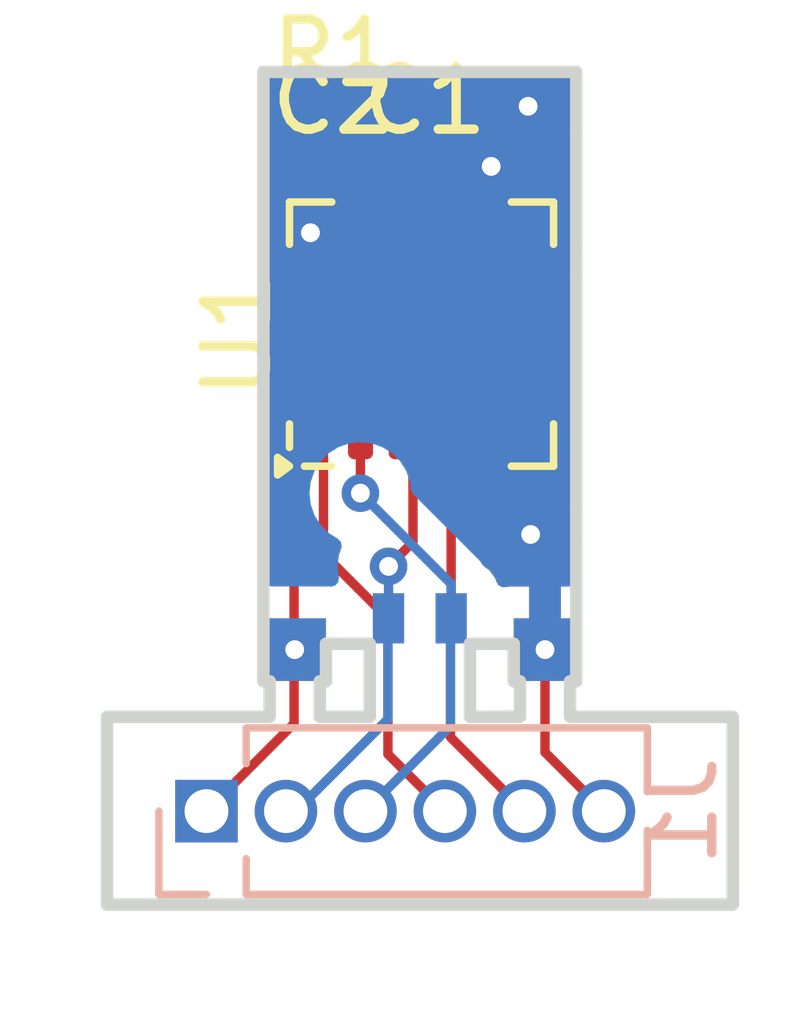
<source format=kicad_pcb>
(kicad_pcb (version 20240108) (generator "pcbnew") (generator_version "8.0")
  (layers (0 "F.Cu" signal) (31 "B.Cu" signal) (34 "B.Paste" user) (35 "F.Paste" user) (36 "B.SilkS" user "B.Silkscreen") (37 "F.SilkS" user "F.Silkscreen") (38 "B.Mask" user) (39 "F.Mask" user) (44 "Edge.Cuts" user))
  (net 0 "")
  (net 1 "/s_VDD")
  (net 2 "/s_GND")
  (net 3 "/s_MISO")
  (net 4 "/s_MOSI")
  (net 5 "/s_CS")
  (net 6 "/s_SCK")
  (net 7 "Net-(U1-VDD)")
  (net 16 "Net-(C2-Pad1)")
  (footprint "Capacitor_SMD:C_0201_0603Metric" (layer "F.Cu") (at 123.94 75.03)
    (property "Reference" "C1" (at 0 -1.05 0) (layer "F.SilkS"))
    (property "Value" "0.1u")
    (pad "1" smd roundrect (at -0.32 0) (size 0.46 0.4) (layers "F.Cu" "F.Mask") (net 1 "/s_VDD"))
    (pad "2" smd roundrect (at 0.32 0) (size 0.46 0.4) (layers "F.Cu" "F.Mask") (net 2 "/s_GND"))
  )
  (footprint "Capacitor_SMD:C_0201_0603Metric" (layer "F.Cu") (at 122.48 75.03)
    (property "Reference" "C2" (at 0 -1.05 0) (layer "F.SilkS"))
    (property "Value" "0.1u")
    (pad "1" smd roundrect (at -0.32 0) (size 0.46 0.4) (layers "F.Cu" "F.Mask") (net 16 "Net-(C2-Pad1)"))
    (pad "2" smd roundrect (at 0.32 0) (size 0.46 0.4) (layers "F.Cu" "F.Mask") (net 7 "Net-(U1-VDD)"))
  )
  (footprint "Package_DFN_QFN:QFN-16-1EP_4x4mm_P0.65mm_EP2.7x2.7mm_PullBack" (layer "F.Cu") (at 123.8866 77.7094 90)
    (property "Reference" "U1" (at 0 -2.95 90) (layer "F.SilkS"))
    (property "Value" "AS5055A")
    (fp_line (start 2.11 -2.11) (end 2.11 -1.435) (stroke (width 0.12)) (layer "F.SilkS"))
    (fp_line (start 1.435 -2.11) (end 2.11 -2.11) (stroke (width 0.12)) (layer "F.SilkS"))
    (fp_line (start -1.435 -2.11) (end -1.81 -2.11) (stroke (width 0.12)) (layer "F.SilkS"))
    (fp_line (start -2.11 -1.435) (end -2.11 -1.87) (stroke (width 0.12)) (layer "F.SilkS"))
    (fp_line (start 2.11 2.11) (end 2.11 1.435) (stroke (width 0.12)) (layer "F.SilkS"))
    (fp_line (start 1.435 2.11) (end 2.11 2.11) (stroke (width 0.12)) (layer "F.SilkS"))
    (fp_line (start -1.435 2.11) (end -2.11 2.11) (stroke (width 0.12)) (layer "F.SilkS"))
    (fp_line (start -2.11 2.11) (end -2.11 1.435) (stroke (width 0.12)) (layer "F.SilkS"))
    (fp_poly (pts (xy -2.11 -2.11) (xy -2.25 -2.3) (xy -1.97 -2.3) (xy -2.11 -2.11)) (stroke (width 0.12)) (fill solid) (layer "F.SilkS"))
    (pad "1" smd roundrect (at -1.775 -0.975 90) (size 0.45 0.4) (layers "F.Cu" "F.Paste" "F.Mask") (net 4 "/s_MOSI"))
    (pad "2" smd roundrect (at -1.775 -0.325 90) (size 0.45 0.4) (layers "F.Cu" "F.Paste" "F.Mask") (net 3 "/s_MISO"))
    (pad "3" smd roundrect (at -1.775 0.325 90) (size 0.45 0.4) (layers "F.Cu" "F.Paste" "F.Mask") (net 6 "/s_SCK"))
    (pad "4" smd roundrect (at -1.775 0.975 90) (size 0.45 0.4) (layers "F.Cu" "F.Paste" "F.Mask") (net 5 "/s_CS"))
    (pad "5" smd roundrect (at -0.975 1.775 90) (size 0.4 0.45) (layers "F.Cu" "F.Paste" "F.Mask"))
    (pad "6" smd roundrect (at -0.325 1.775 90) (size 0.4 0.45) (layers "F.Cu" "F.Paste" "F.Mask"))
    (pad "7" smd roundrect (at 0.325 1.775 90) (size 0.4 0.45) (layers "F.Cu" "F.Paste" "F.Mask"))
    (pad "8" smd roundrect (at 0.975 1.775 90) (size 0.4 0.45) (layers "F.Cu" "F.Paste" "F.Mask"))
    (pad "9" smd roundrect (at 1.775 0.975 90) (size 0.45 0.4) (layers "F.Cu" "F.Paste" "F.Mask"))
    (pad "10" smd roundrect (at 1.775 0.325 90) (size 0.45 0.4) (layers "F.Cu" "F.Paste" "F.Mask"))
    (pad "11" smd roundrect (at 1.775 -0.325 90) (size 0.45 0.4) (layers "F.Cu" "F.Paste" "F.Mask") (net 1 "/s_VDD"))
    (pad "12" smd roundrect (at 1.775 -0.975 90) (size 0.45 0.4) (layers "F.Cu" "F.Paste" "F.Mask") (net 7 "Net-(U1-VDD)"))
    (pad "13" smd roundrect (at 0.975 -1.775 90) (size 0.4 0.45) (layers "F.Cu" "F.Paste" "F.Mask") (net 2 "/s_GND"))
    (pad "14" smd roundrect (at 0.325 -1.775 90) (size 0.4 0.45) (layers "F.Cu" "F.Paste" "F.Mask") (net 1 "/s_VDD"))
    (pad "15" smd roundrect (at -0.325 -1.775 90) (size 0.4 0.45) (layers "F.Cu" "F.Paste" "F.Mask"))
    (pad "16" smd roundrect (at -0.975 -1.775 90) (size 0.4 0.45) (layers "F.Cu" "F.Paste" "F.Mask"))
  )
  (footprint "Resistor_SMD:R_0201_0603Metric" (layer "F.Cu") (at 122.48 74.27)
    (property "Reference" "R1" (at 0 -1.05 0) (layer "F.SilkS"))
    (property "Value" "15")
    (pad "1" smd roundrect (at -0.32 0) (size 0.46 0.4) (layers "F.Cu" "F.Mask") (net 16 "Net-(C2-Pad1)"))
    (pad "2" smd roundrect (at 0.32 0) (size 0.46 0.4) (layers "F.Cu" "F.Mask") (net 1 "/s_VDD"))
  )
  (footprint "half_mouse_lib:encoder_board" (layer "B.Cu") (at 121.86 82.75 -90)
    (property "Reference" "J2" (hide yes))
    (property "Value" "enc_slave")
    (pad "1" thru_hole rect (at 0 0 270) (size 1 1) (drill 0.3) (layers "*.Cu" "*.Mask") (net 1 "/s_VDD"))
    (pad "2" smd rect (at -0.5 -1.5 270) (size 0.8 0.5) (layers "B.Cu" "B.Paste" "B.Mask") (net 3 "/s_MISO"))
    (pad "3" smd rect (at -0.5 -2.5 270) (size 0.8 0.5) (layers "B.Cu" "B.Paste" "B.Mask" "Eco1.User") (net 4 "/s_MOSI"))
    (pad "4" smd rect (at -0.5 -1.5 270) (size 0.8 0.5) (layers "F.Cu" "F.Paste" "F.Mask") (net 5 "/s_CS"))
    (pad "5" smd rect (at -0.5 -2.5 270) (size 0.8 0.5) (layers "F.Cu" "F.Paste" "F.Mask") (net 6 "/s_SCK"))
    (pad "6" thru_hole rect (at 0 -4 270) (size 1 1) (drill 0.3) (layers "*.Cu" "*.Mask") (net 2 "/s_GND"))
  )
  (footprint "Connector_PinSocket_1.27mm:PinSocket_1x06_P1.27mm_Vertical" (layer "B.Cu") (at 120.45 85.33 -90)
    (property "Reference" "J1" (at 0 -7.62 90) (layer "B.SilkS") (effects (justify mirror)))
    (property "Value" "enc_host")
    (fp_line (start 1.33 0.76) (end 0 0.76) (stroke (width 0.12)) (layer "B.SilkS"))
    (fp_line (start 1.33 0) (end 1.33 0.76) (stroke (width 0.12)) (layer "B.SilkS"))
    (fp_line (start -0.76 -0.635) (end -1.33 -0.635) (stroke (width 0.12)) (layer "B.SilkS"))
    (fp_line (start 1.33 -0.635) (end 0.76 -0.635) (stroke (width 0.12)) (layer "B.SilkS"))
    (fp_line (start -1.33 -7.045) (end -1.33 -0.635) (stroke (width 0.12)) (layer "B.SilkS"))
    (fp_line (start -0.30753 -7.045) (end -1.33 -7.045) (stroke (width 0.12)) (layer "B.SilkS"))
    (fp_line (start 1.33 -7.045) (end 1.33 -0.635) (stroke (width 0.12)) (layer "B.SilkS"))
    (fp_line (start 1.33 -7.045) (end 0.30753 -7.045) (stroke (width 0.12)) (layer "B.SilkS"))
    (pad "1" thru_hole rect (at 0 0 270) (size 1 1) (drill 0.7) (layers "*.Cu" "*.Mask") (net 1 "/s_VDD"))
    (pad "2" thru_hole oval (at 0 -1.27 270) (size 1 1) (drill 0.7) (layers "*.Cu" "*.Mask") (net 3 "/s_MISO"))
    (pad "3" thru_hole oval (at 0 -2.54 270) (size 1 1) (drill 0.7) (layers "*.Cu" "*.Mask") (net 4 "/s_MOSI"))
    (pad "4" thru_hole oval (at 0 -3.81 270) (size 1 1) (drill 0.7) (layers "*.Cu" "*.Mask") (net 5 "/s_CS"))
    (pad "5" thru_hole oval (at 0 -5.08 270) (size 1 1) (drill 0.7) (layers "*.Cu" "*.Mask") (net 6 "/s_SCK"))
    (pad "6" thru_hole oval (at 0 -6.35 270) (size 1 1) (drill 0.7) (layers "*.Cu" "*.Mask") (net 2 "/s_GND"))
  )
  (gr_line (start 126.36 76.330486) (end 126.36 76.830486) (stroke (width 0.2)) (layer "Edge.Cuts"))
  (gr_line (start 122.36 83.257059) (end 122.26 83.257059) (stroke (width 0.2)) (layer "Edge.Cuts"))
  (gr_line (start 124.86 82.657059) (end 124.66 82.657059) (stroke (width 0.2)) (layer "Edge.Cuts"))
  (gr_line (start 121.36 74.519713) (end 121.36 73.519713) (stroke (width 0.2)) (layer "Edge.Cuts"))
  (gr_line (start 125.26 83.82294) (end 125.46 83.82294) (stroke (width 0.2)) (layer "Edge.Cuts"))
  (gr_line (start 128.86 86.82294) (end 118.86 86.82294) (stroke (width 0.2)) (layer "Edge.Cuts"))
  (gr_line (start 126.36 74.519713) (end 126.36 76.330486) (stroke (width 0.2)) (layer "Edge.Cuts"))
  (gr_line (start 125.36 83.257059) (end 125.36 82.657059) (stroke (width 0.2)) (layer "Edge.Cuts"))
  (gr_line (start 124.66 82.657059) (end 124.66 83.82294) (stroke (width 0.2)) (layer "Edge.Cuts"))
  (gr_line (start 122.46 83.82294) (end 122.86 83.82294) (stroke (width 0.2)) (layer "Edge.Cuts"))
  (gr_line (start 122.86 82.657059) (end 122.46 82.657059) (stroke (width 0.2)) (layer "Edge.Cuts"))
  (gr_line (start 125.36 82.657059) (end 125.26 82.657059) (stroke (width 0.2)) (layer "Edge.Cuts"))
  (gr_line (start 126.36 80.937571) (end 126.36 83.257059) (stroke (width 0.2)) (layer "Edge.Cuts"))
  (gr_line (start 126.26 83.82294) (end 128.86 83.82294) (stroke (width 0.2)) (layer "Edge.Cuts"))
  (gr_line (start 122.46 82.657059) (end 122.36 82.657059) (stroke (width 0.2)) (layer "Edge.Cuts"))
  (gr_line (start 121.46 83.82294) (end 121.46 83.257059) (stroke (width 0.2)) (layer "Edge.Cuts"))
  (gr_line (start 123.06 82.657059) (end 122.86 82.657059) (stroke (width 0.2)) (layer "Edge.Cuts"))
  (gr_line (start 123.06 83.82294) (end 123.06 82.657059) (stroke (width 0.2)) (layer "Edge.Cuts"))
  (gr_line (start 126.36 80.437571) (end 126.36 80.937571) (stroke (width 0.2)) (layer "Edge.Cuts"))
  (gr_line (start 118.86 83.82294) (end 121.46 83.82294) (stroke (width 0.2)) (layer "Edge.Cuts"))
  (gr_line (start 126.36 83.257059) (end 126.26 83.257059) (stroke (width 0.2)) (layer "Edge.Cuts"))
  (gr_line (start 124.66 83.82294) (end 124.86 83.82294) (stroke (width 0.2)) (layer "Edge.Cuts"))
  (gr_line (start 125.46 83.257059) (end 125.46 83.82294) (stroke (width 0.2)) (layer "Edge.Cuts"))
  (gr_line (start 121.36 73.519713) (end 126.36 73.519713) (stroke (width 0.2)) (layer "Edge.Cuts"))
  (gr_line (start 122.36 82.657059) (end 122.36 83.257059) (stroke (width 0.2)) (layer "Edge.Cuts"))
  (gr_line (start 126.36 76.830486) (end 126.36 80.437571) (stroke (width 0.2)) (layer "Edge.Cuts"))
  (gr_line (start 121.36 83.257059) (end 121.36 74.519713) (stroke (width 0.2)) (layer "Edge.Cuts"))
  (gr_line (start 126.36 73.519713) (end 126.36 74.519713) (stroke (width 0.2)) (layer "Edge.Cuts"))
  (gr_line (start 125.46 83.257059) (end 125.36 83.257059) (stroke (width 0.2)) (layer "Edge.Cuts"))
  (gr_line (start 122.26 83.257059) (end 122.26 83.82294) (stroke (width 0.2)) (layer "Edge.Cuts"))
  (gr_line (start 125.26 83.82294) (end 125.390869 83.82294) (stroke (width 0.2)) (layer "Edge.Cuts"))
  (gr_line (start 118.86 86.82294) (end 118.86 83.82294) (stroke (width 0.2)) (layer "Edge.Cuts"))
  (gr_line (start 122.26 83.82294) (end 122.46 83.82294) (stroke (width 0.2)) (layer "Edge.Cuts"))
  (gr_line (start 121.46 83.257059) (end 121.36 83.257059) (stroke (width 0.2)) (layer "Edge.Cuts"))
  (gr_line (start 124.86 82.657059) (end 125.26 82.657059) (stroke (width 0.2)) (layer "Edge.Cuts"))
  (gr_line (start 128.86 83.82294) (end 128.86 86.82294) (stroke (width 0.2)) (layer "Edge.Cuts"))
  (gr_line (start 126.26 83.257059) (end 126.26 83.82294) (stroke (width 0.2)) (layer "Edge.Cuts"))
  (gr_line (start 122.86 83.82294) (end 123.06 83.82294) (stroke (width 0.2)) (layer "Edge.Cuts"))
  (gr_line (start 124.86 83.82294) (end 125.390869 83.82294) (stroke (width 0.2)) (layer "Edge.Cuts"))
  (segment (start 121.85 81.13) (end 121.8608 81.1192) (width 0.15) (layer "F.Cu") (net 1))
  (segment (start 121.59 77.906) (end 121.7116 77.7844) (width 0.15) (layer "F.Cu") (net 1))
  (segment (start 123.62 75.5) (end 123.56 75.56) (width 0.15) (layer "F.Cu") (net 1))
  (segment (start 121.85 83.93) (end 121.85 81.13) (width 0.15) (layer "F.Cu") (net 1))
  (segment (start 121.59 74.21832) (end 121.91332 73.895) (width 0.15) (layer "F.Cu") (net 1))
  (segment (start 123.56 75.56) (end 123.5616 75.5616) (width 0.15) (layer "F.Cu") (net 1))
  (segment (start 123.5616 75.5616) (end 123.5616 75.9344) (width 0.15) (layer "F.Cu") (net 1))
  (segment (start 121.59 80.8484) (end 121.59 77.906) (width 0.15) (layer "F.Cu") (net 1))
  (segment (start 123.56 75.03) (end 123.62 75.03) (width 0.15) (layer "F.Cu") (net 1))
  (segment (start 121.91332 73.895) (end 122.425 73.895) (width 0.15) (layer "F.Cu") (net 1))
  (segment (start 122.425 73.895) (end 123.56 75.03) (width 0.15) (layer "F.Cu") (net 1))
  (segment (start 121.8608 81.1192) (end 121.59 80.8484) (width 0.15) (layer "F.Cu") (net 1))
  (segment (start 121.59 77.906) (end 121.59 74.21832) (width 0.15) (layer "F.Cu") (net 1))
  (segment (start 123.62 75.03) (end 123.62 75.5) (width 0.15) (layer "F.Cu") (net 1))
  (segment (start 120.45 85.33) (end 121.85 83.93) (width 0.15) (layer "F.Cu") (net 1))
  (segment (start 121.7116 77.7844) (end 122.1116 77.3844) (width 0.15) (layer "F.Cu") (net 1))
  (segment (start 125.86 84.39) (end 125.86 82.76) (width 0.15) (layer "F.Cu") (net 2))
  (segment (start 125 75.03) (end 124.26 75.03) (width 0.15) (layer "F.Cu") (net 2))
  (segment (start 125.86 84.39) (end 126.8 85.33) (width 0.15) (layer "F.Cu") (net 2))
  (segment (start 122.0064 76.6292) (end 122.1116 76.7344) (width 0.15) (layer "F.Cu") (net 2))
  (segment (start 122.1116 76.09) (end 122.1116 76.7344) (width 0.15) (layer "F.Cu") (net 2))
  (via (at 125.59 74.07) (size 0.6) (drill 0.3) (layers "F.Cu" "B.Cu") (net 2))
  (via (at 122.1116 76.09) (size 0.6) (drill 0.3) (layers "F.Cu" "B.Cu") (net 2))
  (via (at 125.63 80.91) (size 0.6) (drill 0.3) (layers "F.Cu" "B.Cu") (net 2))
  (via (at 125 75.03) (size 0.6) (drill 0.3) (layers "F.Cu" "B.Cu") (net 2))
  (segment (start 123.36 81.42) (end 123.75 81.03) (width 0.15) (layer "F.Cu") (net 3))
  (segment (start 123.75 81.03) (end 123.75 79.6728) (width 0.15) (layer "F.Cu") (net 3))
  (segment (start 123.75 79.6728) (end 123.5616 79.4844) (width 0.15) (layer "F.Cu") (net 3))
  (via (at 123.36 81.42) (size 0.6) (drill 0.3) (layers "F.Cu" "B.Cu") (net 3))
  (segment (start 123.35 83.86) (end 121.88 85.33) (width 0.15) (layer "B.Cu") (net 3))
  (segment (start 123.35 82.23) (end 123.35 83.86) (width 0.15) (layer "B.Cu") (net 3))
  (segment (start 121.88 85.33) (end 121.72 85.33) (width 0.15) (layer "B.Cu") (net 3))
  (segment (start 123.36 81.42) (end 123.36 82.26) (width 0.15) (layer "B.Cu") (net 3))
  (segment (start 122.91 80.25) (end 122.91 79.486) (width 0.15) (layer "F.Cu") (net 4))
  (segment (start 122.91 79.486) (end 122.9116 79.4844) (width 0.15) (layer "F.Cu") (net 4))
  (via (at 122.91 80.25) (size 0.6) (drill 0.3) (layers "F.Cu" "B.Cu") (net 4))
  (segment (start 124.36 81.7) (end 124.36 82.26) (width 0.15) (layer "B.Cu") (net 4))
  (segment (start 124.35 83.97) (end 122.99 85.33) (width 0.15) (layer "B.Cu") (net 4))
  (segment (start 124.35 83.97) (end 124.35 82.23) (width 0.15) (layer "B.Cu") (net 4))
  (segment (start 122.91 80.25) (end 124.36 81.7) (width 0.15) (layer "B.Cu") (net 4))
  (segment (start 124.8616 79.4844) (end 124.3872 79.01) (width 0.15) (layer "F.Cu") (net 5))
  (segment (start 123.35 84.42) (end 124.26 85.33) (width 0.15) (layer "F.Cu") (net 5))
  (segment (start 124.3872 79.01) (end 122.76 79.01) (width 0.15) (layer "F.Cu") (net 5))
  (segment (start 122.76 79.01) (end 122.32 79.45) (width 0.15) (layer "F.Cu") (net 5))
  (segment (start 122.32 79.45) (end 122.32 81.22) (width 0.15) (layer "F.Cu") (net 5))
  (segment (start 122.32 81.22) (end 123.36 82.26) (width 0.15) (layer "F.Cu") (net 5))
  (segment (start 123.35 82.23) (end 123.35 84.42) (width 0.15) (layer "F.Cu") (net 5))
  (segment (start 124.2116 79.4844) (end 124.21 79.486) (width 0.15) (layer "F.Cu") (net 6))
  (segment (start 124.36 80.14) (end 124.36 82.26) (width 0.15) (layer "F.Cu") (net 6))
  (segment (start 124.35 82.23) (end 124.35 84.15) (width 0.15) (layer "F.Cu") (net 6))
  (segment (start 124.21 79.486) (end 124.21 79.99) (width 0.15) (layer "F.Cu") (net 6))
  (segment (start 124.35 84.15) (end 125.53 85.33) (width 0.15) (layer "F.Cu") (net 6))
  (segment (start 124.21 79.99) (end 124.36 80.14) (width 0.15) (layer "F.Cu") (net 6))
  (segment (start 122.8 75.44) (end 122.9116 75.5516) (width 0.15) (layer "F.Cu") (net 7))
  (segment (start 122.9116 75.5516) (end 122.9116 75.9344) (width 0.15) (layer "F.Cu") (net 7))
  (segment (start 122.8 75.03) (end 122.8 75.44) (width 0.15) (layer "F.Cu") (net 7))
  (segment (start 122.16 74.27) (end 122.16 75.03) (width 0.15) (layer "F.Cu") (net 16))
  (zone (net 2) (net_name "/s_GND") (layers "F&B.Cu") (connect_pads (clearance 0.508)) (min_thickness 0.254) (fill yes (thermal_gap 0.508) (thermal_bridge_width 0.508))
    (polygon (pts (xy 120.29 72.97) (xy 127.48 73.05) (xy 127.47 83.46) (xy 120.24 83.39)))
  )
)
</source>
